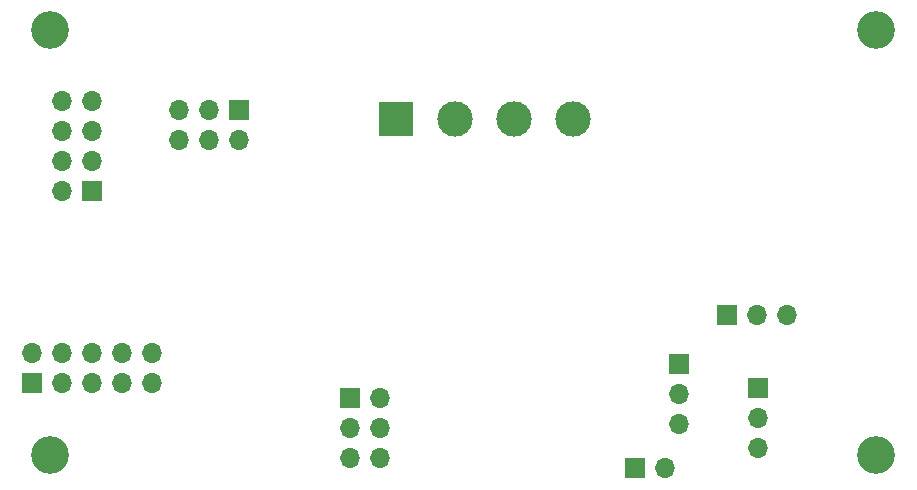
<source format=gbs>
%TF.GenerationSoftware,KiCad,Pcbnew,(6.0.1)*%
%TF.CreationDate,2022-03-15T18:58:51+01:00*%
%TF.ProjectId,SignalGenerator,5369676e-616c-4476-956e-657261746f72,0.3*%
%TF.SameCoordinates,Original*%
%TF.FileFunction,Soldermask,Bot*%
%TF.FilePolarity,Negative*%
%FSLAX46Y46*%
G04 Gerber Fmt 4.6, Leading zero omitted, Abs format (unit mm)*
G04 Created by KiCad (PCBNEW (6.0.1)) date 2022-03-15 18:58:51*
%MOMM*%
%LPD*%
G01*
G04 APERTURE LIST*
%ADD10R,1.700000X1.700000*%
%ADD11O,1.700000X1.700000*%
%ADD12C,3.200000*%
%ADD13R,3.000000X3.000000*%
%ADD14C,3.000000*%
G04 APERTURE END LIST*
D10*
X149425000Y-109650000D03*
D11*
X151965000Y-109650000D03*
X149425000Y-112190000D03*
X151965000Y-112190000D03*
X149425000Y-114730000D03*
X151965000Y-114730000D03*
D10*
X184000000Y-108775000D03*
D11*
X184000000Y-111315000D03*
X184000000Y-113855000D03*
D10*
X177300000Y-106775000D03*
D11*
X177300000Y-109315000D03*
X177300000Y-111855000D03*
D10*
X122501920Y-108367377D03*
D11*
X122501920Y-105827377D03*
X125041920Y-108367377D03*
X125041920Y-105827377D03*
X127581920Y-108367377D03*
X127581920Y-105827377D03*
X130121920Y-108367377D03*
X130121920Y-105827377D03*
X132661920Y-108367377D03*
X132661920Y-105827377D03*
D12*
X124000000Y-114475000D03*
D10*
X127611920Y-92072377D03*
D11*
X125071920Y-92072377D03*
X127611920Y-89532377D03*
X125071920Y-89532377D03*
X127611920Y-86992377D03*
X125071920Y-86992377D03*
X127611920Y-84452377D03*
X125071920Y-84452377D03*
D10*
X173525000Y-115575000D03*
D11*
X176065000Y-115575000D03*
D12*
X124000000Y-78475000D03*
X194000000Y-114475000D03*
D13*
X153332980Y-86042020D03*
D14*
X158332980Y-86042020D03*
X163332980Y-86042020D03*
X168332980Y-86042020D03*
D10*
X140051920Y-85247377D03*
D11*
X140051920Y-87787377D03*
X137511920Y-85247377D03*
X137511920Y-87787377D03*
X134971920Y-85247377D03*
X134971920Y-87787377D03*
D10*
X181325000Y-102600000D03*
D11*
X183865000Y-102600000D03*
X186405000Y-102600000D03*
D12*
X194000000Y-78475000D03*
M02*

</source>
